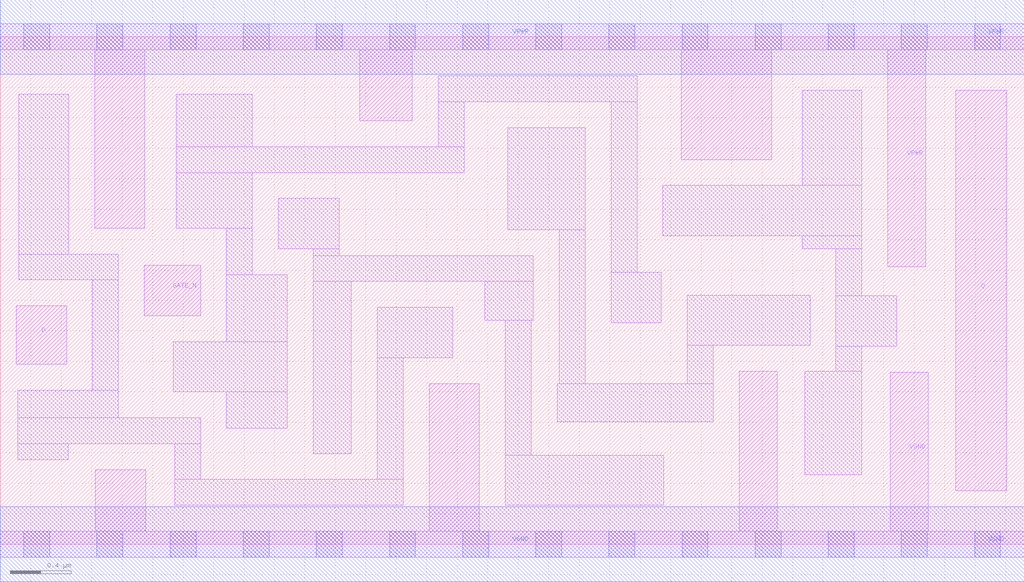
<source format=lef>
# Copyright 2020 The SkyWater PDK Authors
#
# Licensed under the Apache License, Version 2.0 (the "License");
# you may not use this file except in compliance with the License.
# You may obtain a copy of the License at
#
#     https://www.apache.org/licenses/LICENSE-2.0
#
# Unless required by applicable law or agreed to in writing, software
# distributed under the License is distributed on an "AS IS" BASIS,
# WITHOUT WARRANTIES OR CONDITIONS OF ANY KIND, either express or implied.
# See the License for the specific language governing permissions and
# limitations under the License.
#
# SPDX-License-Identifier: Apache-2.0

VERSION 5.7 ;
  NAMESCASESENSITIVE ON ;
  NOWIREEXTENSIONATPIN ON ;
  DIVIDERCHAR "/" ;
  BUSBITCHARS "[]" ;
UNITS
  DATABASE MICRONS 200 ;
END UNITS
MACRO sky130_fd_sc_ls__dlxtn_1
  CLASS CORE ;
  SOURCE USER ;
  FOREIGN sky130_fd_sc_ls__dlxtn_1 ;
  ORIGIN  0.000000  0.000000 ;
  SIZE  6.720000 BY  3.330000 ;
  SYMMETRY X Y ;
  SITE unit ;
  PIN D
    ANTENNAGATEAREA  0.208500 ;
    DIRECTION INPUT ;
    USE SIGNAL ;
    PORT
      LAYER li1 ;
        RECT 0.105000 1.180000 0.435000 1.565000 ;
    END
  END D
  PIN Q
    ANTENNADIFFAREA  0.545000 ;
    DIRECTION OUTPUT ;
    USE SIGNAL ;
    PORT
      LAYER li1 ;
        RECT 6.270000 0.350000 6.605000 2.980000 ;
    END
  END Q
  PIN GATE_N
    ANTENNAGATEAREA  0.237000 ;
    DIRECTION INPUT ;
    USE CLOCK ;
    PORT
      LAYER li1 ;
        RECT 0.945000 1.500000 1.315000 1.830000 ;
    END
  END GATE_N
  PIN VGND
    DIRECTION INOUT ;
    SHAPE ABUTMENT ;
    USE GROUND ;
    PORT
      LAYER li1 ;
        RECT 0.000000 -0.085000 6.720000 0.085000 ;
        RECT 0.625000  0.085000 0.955000 0.490000 ;
        RECT 2.815000  0.085000 3.145000 1.055000 ;
        RECT 4.850000  0.085000 5.100000 1.135000 ;
        RECT 5.840000  0.085000 6.090000 1.130000 ;
      LAYER mcon ;
        RECT 0.155000 -0.085000 0.325000 0.085000 ;
        RECT 0.635000 -0.085000 0.805000 0.085000 ;
        RECT 1.115000 -0.085000 1.285000 0.085000 ;
        RECT 1.595000 -0.085000 1.765000 0.085000 ;
        RECT 2.075000 -0.085000 2.245000 0.085000 ;
        RECT 2.555000 -0.085000 2.725000 0.085000 ;
        RECT 3.035000 -0.085000 3.205000 0.085000 ;
        RECT 3.515000 -0.085000 3.685000 0.085000 ;
        RECT 3.995000 -0.085000 4.165000 0.085000 ;
        RECT 4.475000 -0.085000 4.645000 0.085000 ;
        RECT 4.955000 -0.085000 5.125000 0.085000 ;
        RECT 5.435000 -0.085000 5.605000 0.085000 ;
        RECT 5.915000 -0.085000 6.085000 0.085000 ;
        RECT 6.395000 -0.085000 6.565000 0.085000 ;
      LAYER met1 ;
        RECT 0.000000 -0.245000 6.720000 0.245000 ;
    END
  END VGND
  PIN VPWR
    DIRECTION INOUT ;
    SHAPE ABUTMENT ;
    USE POWER ;
    PORT
      LAYER li1 ;
        RECT 0.000000 3.245000 6.720000 3.415000 ;
        RECT 0.620000 2.075000 0.950000 3.245000 ;
        RECT 2.360000 2.780000 2.705000 3.245000 ;
        RECT 4.470000 2.525000 5.065000 3.245000 ;
        RECT 5.825000 1.820000 6.075000 3.245000 ;
      LAYER mcon ;
        RECT 0.155000 3.245000 0.325000 3.415000 ;
        RECT 0.635000 3.245000 0.805000 3.415000 ;
        RECT 1.115000 3.245000 1.285000 3.415000 ;
        RECT 1.595000 3.245000 1.765000 3.415000 ;
        RECT 2.075000 3.245000 2.245000 3.415000 ;
        RECT 2.555000 3.245000 2.725000 3.415000 ;
        RECT 3.035000 3.245000 3.205000 3.415000 ;
        RECT 3.515000 3.245000 3.685000 3.415000 ;
        RECT 3.995000 3.245000 4.165000 3.415000 ;
        RECT 4.475000 3.245000 4.645000 3.415000 ;
        RECT 4.955000 3.245000 5.125000 3.415000 ;
        RECT 5.435000 3.245000 5.605000 3.415000 ;
        RECT 5.915000 3.245000 6.085000 3.415000 ;
        RECT 6.395000 3.245000 6.565000 3.415000 ;
      LAYER met1 ;
        RECT 0.000000 3.085000 6.720000 3.575000 ;
    END
  END VPWR
  OBS
    LAYER li1 ;
      RECT 0.115000 0.555000 0.445000 0.660000 ;
      RECT 0.115000 0.660000 1.315000 0.830000 ;
      RECT 0.115000 0.830000 0.775000 1.010000 ;
      RECT 0.120000 1.735000 0.775000 1.905000 ;
      RECT 0.120000 1.905000 0.450000 2.955000 ;
      RECT 0.605000 1.010000 0.775000 1.735000 ;
      RECT 1.135000 1.000000 1.885000 1.330000 ;
      RECT 1.145000 0.255000 2.645000 0.425000 ;
      RECT 1.145000 0.425000 1.315000 0.660000 ;
      RECT 1.155000 2.075000 1.655000 2.440000 ;
      RECT 1.155000 2.440000 3.045000 2.610000 ;
      RECT 1.155000 2.610000 1.655000 2.955000 ;
      RECT 1.485000 0.760000 1.885000 1.000000 ;
      RECT 1.485000 1.330000 1.885000 1.770000 ;
      RECT 1.485000 1.770000 1.655000 2.075000 ;
      RECT 1.825000 1.940000 2.225000 2.270000 ;
      RECT 2.055000 0.595000 2.305000 1.725000 ;
      RECT 2.055000 1.725000 3.500000 1.895000 ;
      RECT 2.055000 1.895000 2.225000 1.940000 ;
      RECT 2.475000 0.425000 2.645000 1.225000 ;
      RECT 2.475000 1.225000 2.970000 1.555000 ;
      RECT 2.875000 2.610000 3.045000 2.905000 ;
      RECT 2.875000 2.905000 4.180000 3.075000 ;
      RECT 3.180000 1.470000 3.500000 1.725000 ;
      RECT 3.315000 0.255000 4.355000 0.585000 ;
      RECT 3.315000 0.585000 3.485000 1.470000 ;
      RECT 3.330000 2.065000 3.840000 2.735000 ;
      RECT 3.655000 0.805000 4.680000 1.055000 ;
      RECT 3.670000 1.055000 3.840000 2.065000 ;
      RECT 4.010000 1.455000 4.340000 1.785000 ;
      RECT 4.010000 1.785000 4.180000 2.905000 ;
      RECT 4.350000 2.025000 5.655000 2.355000 ;
      RECT 4.510000 1.055000 4.680000 1.305000 ;
      RECT 4.510000 1.305000 5.315000 1.635000 ;
      RECT 5.265000 1.940000 5.655000 2.025000 ;
      RECT 5.265000 2.355000 5.655000 2.980000 ;
      RECT 5.280000 0.455000 5.655000 1.135000 ;
      RECT 5.485000 1.135000 5.655000 1.300000 ;
      RECT 5.485000 1.300000 5.885000 1.630000 ;
      RECT 5.485000 1.630000 5.655000 1.940000 ;
  END
END sky130_fd_sc_ls__dlxtn_1

</source>
